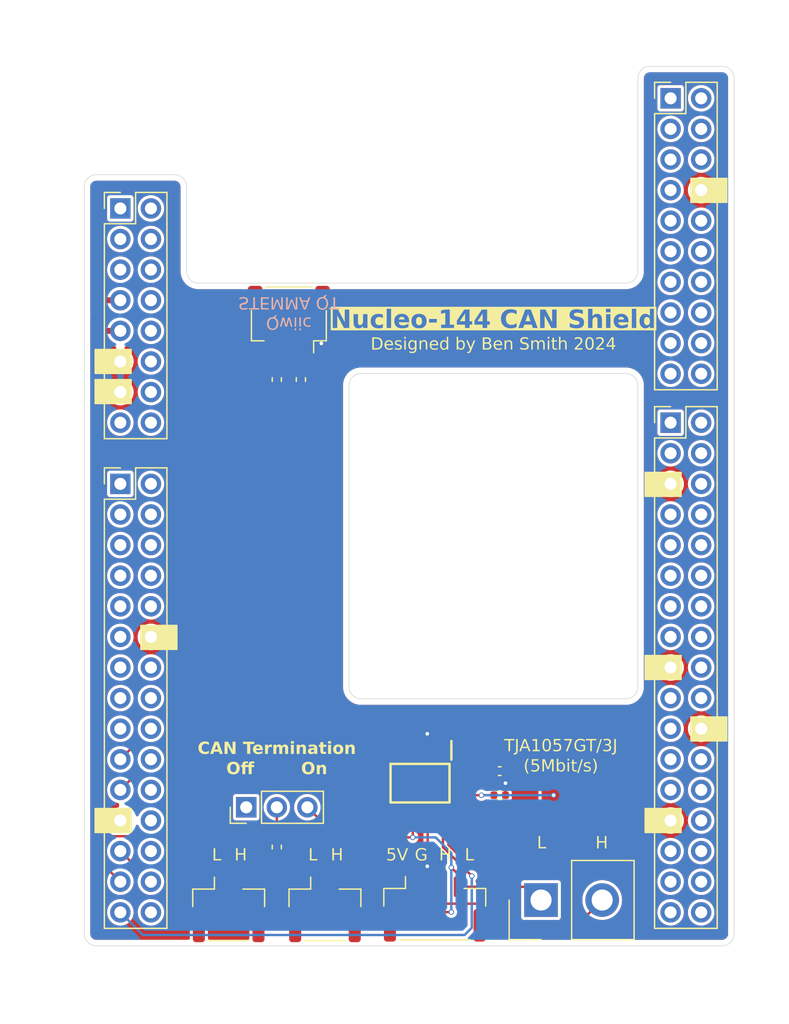
<source format=kicad_pcb>
(kicad_pcb (version 20240108) (generator "pcbnew") (generator_version "8.0")
  (layers (0 "F.Cu" signal) (31 "B.Cu" signal) (34 "B.Paste" user) (35 "F.Paste" user) (36 "B.SilkS" user "B.Silkscreen") (37 "F.SilkS" user "F.Silkscreen") (38 "B.Mask" user) (39 "F.Mask" user) (44 "Edge.Cuts" user))
  (net 0 "")
  (net 1 "+5V")
  (net 2 "GND")
  (net 3 "+3V3")
  (net 4 "/CAN_RX")
  (net 5 "/CANL")
  (net 6 "/CAN_S")
  (net 7 "/CANH")
  (net 8 "/CAN_TX")
  (net 9 "/I2C2_SCL")
  (net 10 "/I2C2_SDA")
  (net 11 "Net-(JP101-C)")
  (footprint "Connector_PinHeader_2.54mm:PinHeader_2x15_P2.54mm_Vertical" (layer "F.Cu") (at 110 85.16)
    (property "Reference" "J106" (hide yes))
    (property "Value" "Conn_02x15_Odd_Even")
    (fp_line (start -1.33 -1.33) (end 0 -1.33) (stroke (width 0.12)) (layer "F.SilkS"))
    (fp_line (start -1.33 0) (end -1.33 -1.33) (stroke (width 0.12)) (layer "F.SilkS"))
    (fp_line (start -1.33 1.27) (end -1.33 36.89) (stroke (width 0.12)) (layer "F.SilkS"))
    (fp_line (start -1.33 1.27) (end 1.27 1.27) (stroke (width 0.12)) (layer "F.SilkS"))
    (fp_line (start -1.33 36.89) (end 3.87 36.89) (stroke (width 0.12)) (layer "F.SilkS"))
    (fp_line (start 1.27 -1.33) (end 3.87 -1.33) (stroke (width 0.12)) (layer "F.SilkS"))
    (fp_line (start 1.27 1.27) (end 1.27 -1.33) (stroke (width 0.12)) (layer "F.SilkS"))
    (fp_line (start 3.87 -1.33) (end 3.87 36.89) (stroke (width 0.12)) (layer "F.SilkS"))
    (pad "1" thru_hole rect (at 0 0) (size 1.7 1.7) (drill 1) (layers "*.Cu" "*.Mask"))
    (pad "2" thru_hole oval (at 2.54 0) (size 1.7 1.7) (drill 1) (layers "*.Cu" "*.Mask"))
    (pad "3" thru_hole oval (at 0 2.54) (size 1.7 1.7) (drill 1) (layers "*.Cu" "*.Mask"))
    (pad "4" thru_hole oval (at 2.54 2.54) (size 1.7 1.7) (drill 1) (layers "*.Cu" "*.Mask"))
    (pad "5" thru_hole oval (at 0 5.08) (size 1.7 1.7) (drill 1) (layers "*.Cu" "*.Mask"))
    (pad "6" thru_hole oval (at 2.54 5.08) (size 1.7 1.7) (drill 1) (layers "*.Cu" "*.Mask"))
    (pad "7" thru_hole oval (at 0 7.62) (size 1.7 1.7) (drill 1) (layers "*.Cu" "*.Mask"))
    (pad "8" thru_hole oval (at 2.54 7.62) (size 1.7 1.7) (drill 1) (layers "*.Cu" "*.Mask"))
    (pad "9" thru_hole oval (at 0 10.16) (size 1.7 1.7) (drill 1) (layers "*.Cu" "*.Mask"))
    (pad "10" thru_hole oval (at 2.54 10.16) (size 1.7 1.7) (drill 1) (layers "*.Cu" "*.Mask"))
    (pad "11" thru_hole oval (at 0 12.7) (size 1.7 1.7) (drill 1) (layers "*.Cu" "*.Mask"))
    (pad "12" thru_hole oval (at 2.54 12.7) (size 1.7 1.7) (drill 1) (layers "*.Cu" "*.Mask") (net 2 "GND"))
    (pad "13" thru_hole oval (at 0 15.24) (size 1.7 1.7) (drill 1) (layers "*.Cu" "*.Mask"))
    (pad "14" thru_hole oval (at 2.54 15.24) (size 1.7 1.7) (drill 1) (layers "*.Cu" "*.Mask"))
    (pad "15" thru_hole oval (at 0 17.78) (size 1.7 1.7) (drill 1) (layers "*.Cu" "*.Mask"))
    (pad "16" thru_hole oval (at 2.54 17.78) (size 1.7 1.7) (drill 1) (layers "*.Cu" "*.Mask"))
    (pad "17" thru_hole oval (at 0 20.32) (size 1.7 1.7) (drill 1) (layers "*.Cu" "*.Mask"))
    (pad "18" thru_hole oval (at 2.54 20.32) (size 1.7 1.7) (drill 1) (layers "*.Cu" "*.Mask"))
    (pad "19" thru_hole oval (at 0 22.86) (size 1.7 1.7) (drill 1) (layers "*.Cu" "*.Mask") (net 9 "/I2C2_SCL"))
    (pad "20" thru_hole oval (at 2.54 22.86) (size 1.7 1.7) (drill 1) (layers "*.Cu" "*.Mask"))
    (pad "21" thru_hole oval (at 0 25.4) (size 1.7 1.7) (drill 1) (layers "*.Cu" "*.Mask") (net 10 "/I2C2_SDA"))
    (pad "22" thru_hole oval (at 2.54 25.4) (size 1.7 1.7) (drill 1) (layers "*.Cu" "*.Mask"))
    (pad "23" thru_hole oval (at 0 27.94) (size 1.7 1.7) (drill 1) (layers "*.Cu" "*.Mask") (net 2 "GND"))
    (pad "24" thru_hole oval (at 2.54 27.94) (size 1.7 1.7) (drill 1) (layers "*.Cu" "*.Mask"))
    (pad "25" thru_hole oval (at 0 30.48) (size 1.7 1.7) (drill 1) (layers "*.Cu" "*.Mask") (net 4 "/CAN_RX"))
    (pad "26" thru_hole oval (at 2.54 30.48) (size 1.7 1.7) (drill 1) (layers "*.Cu" "*.Mask"))
    (pad "27" thru_hole oval (at 0 33.02) (size 1.7 1.7) (drill 1) (layers "*.Cu" "*.Mask") (net 8 "/CAN_TX"))
    (pad "28" thru_hole oval (at 2.54 33.02) (size 1.7 1.7) (drill 1) (layers "*.Cu" "*.Mask"))
    (pad "29" thru_hole oval (at 0 35.56) (size 1.7 1.7) (drill 1) (layers "*.Cu" "*.Mask") (net 6 "/CAN_S"))
    (pad "30" thru_hole oval (at 2.54 35.56) (size 1.7 1.7) (drill 1) (layers "*.Cu" "*.Mask"))
  )
  (footprint "Resistor_SMD:R_0402_1005Metric" (layer "F.Cu") (at 125 76.5 90)
    (property "Reference" "R103" (hide yes))
    (property "Value" "10k")
    (fp_line (start -0.153641 -0.38) (end 0.153641 -0.38) (stroke (width 0.12)) (layer "F.SilkS"))
    (fp_line (start -0.153641 0.38) (end 0.153641 0.38) (stroke (width 0.12)) (layer "F.SilkS"))
    (pad "1" smd roundrect (at -0.51 0 90) (size 0.54 0.64) (layers "F.Cu" "F.Paste" "F.Mask") (net 3 "+3V3"))
    (pad "2" smd roundrect (at 0.51 0 90) (size 0.54 0.64) (layers "F.Cu" "F.Paste" "F.Mask") (net 10 "/I2C2_SDA"))
  )
  (footprint "Connector_JST:JST_GH_SM02B-GHS-TB_1x02-1MP_P1.25mm_Horizontal" (layer "F.Cu") (at 127 120.5)
    (property "Reference" "J102" (hide yes))
    (property "Value" "Conn_01x02")
    (fp_line (start -2.985 -1.71) (end -1.185 -1.71) (stroke (width 0.12)) (layer "F.SilkS"))
    (fp_line (start -2.985 -0.26) (end -2.985 -1.71) (stroke (width 0.12)) (layer "F.SilkS"))
    (fp_line (start -1.715 2.56) (end 1.715 2.56) (stroke (width 0.12)) (layer "F.SilkS"))
    (fp_line (start -1.185 -1.71) (end -1.185 -2.7) (stroke (width 0.12)) (layer "F.SilkS"))
    (fp_line (start 2.985 -1.71) (end 1.185 -1.71) (stroke (width 0.12)) (layer "F.SilkS"))
    (fp_line (start 2.985 -0.26) (end 2.985 -1.71) (stroke (width 0.12)) (layer "F.SilkS"))
    (pad "1" smd roundrect (at -0.625 -1.85) (size 0.6 1.7) (layers "F.Cu" "F.Paste" "F.Mask") (net 5 "/CANL"))
    (pad "2" smd roundrect (at 0.625 -1.85) (size 0.6 1.7) (layers "F.Cu" "F.Paste" "F.Mask") (net 7 "/CANH"))
    (pad "MP" smd roundrect (at -2.475 1.35) (size 1 2.7) (layers "F.Cu" "F.Paste" "F.Mask"))
    (pad "MP" smd roundrect (at 2.475 1.35) (size 1 2.7) (layers "F.Cu" "F.Paste" "F.Mask"))
  )
  (footprint "Connector_JST:JST_GH_SM04B-GHS-TB_1x04-1MP_P1.25mm_Horizontal" (layer "F.Cu") (at 136.125 120.45)
    (property "Reference" "J103" (hide yes))
    (property "Value" "Conn_01x04")
    (fp_line (start -4.235 -1.71) (end -2.435 -1.71) (stroke (width 0.12)) (layer "F.SilkS"))
    (fp_line (start -4.235 -0.26) (end -4.235 -1.71) (stroke (width 0.12)) (layer "F.SilkS"))
    (fp_line (start -2.965 2.56) (end 2.965 2.56) (stroke (width 0.12)) (layer "F.SilkS"))
    (fp_line (start -2.435 -1.71) (end -2.435 -2.7) (stroke (width 0.12)) (layer "F.SilkS"))
    (fp_line (start 4.235 -1.71) (end 2.435 -1.71) (stroke (width 0.12)) (layer "F.SilkS"))
    (fp_line (start 4.235 -0.26) (end 4.235 -1.71) (stroke (width 0.12)) (layer "F.SilkS"))
    (pad "1" smd roundrect (at -1.875 -1.85) (size 0.6 1.7) (layers "F.Cu" "F.Paste" "F.Mask") (net 1 "+5V"))
    (pad "2" smd roundrect (at -0.625 -1.85) (size 0.6 1.7) (layers "F.Cu" "F.Paste" "F.Mask") (net 2 "GND"))
    (pad "3" smd roundrect (at 0.625 -1.85) (size 0.6 1.7) (layers "F.Cu" "F.Paste" "F.Mask") (net 7 "/CANH"))
    (pad "4" smd roundrect (at 1.875 -1.85) (size 0.6 1.7) (layers "F.Cu" "F.Paste" "F.Mask") (net 5 "/CANL"))
    (pad "MP" smd roundrect (at -3.725 1.35) (size 1 2.7) (layers "F.Cu" "F.Paste" "F.Mask"))
    (pad "MP" smd roundrect (at 3.725 1.35) (size 1 2.7) (layers "F.Cu" "F.Paste" "F.Mask"))
  )
  (footprint "Connector_PinHeader_2.54mm:PinHeader_1x03_P2.54mm_Vertical" (layer "F.Cu") (at 120.46 112 90)
    (property "Reference" "JP101" (hide yes))
    (property "Value" "Jumper_3_Open")
    (fp_line (start -1.33 -1.33) (end 0 -1.33) (stroke (width 0.12)) (layer "F.SilkS"))
    (fp_line (start -1.33 0) (end -1.33 -1.33) (stroke (width 0.12)) (layer "F.SilkS"))
    (fp_line (start 1.33 1.27) (end 1.33 6.41) (stroke (width 0.12)) (layer "F.SilkS"))
    (fp_line (start -1.33 1.27) (end 1.33 1.27) (stroke (width 0.12)) (layer "F.SilkS"))
    (fp_line (start -1.33 1.27) (end -1.33 6.41) (stroke (width 0.12)) (layer "F.SilkS"))
    (fp_line (start -1.33 6.41) (end 1.33 6.41) (stroke (width 0.12)) (layer "F.SilkS"))
    (pad "1" thru_hole rect (at 0 0 90) (size 1.7 1.7) (drill 1) (layers "*.Cu" "*.Mask"))
    (pad "2" thru_hole oval (at 0 2.54 90) (size 1.7 1.7) (drill 1) (layers "*.Cu" "*.Mask") (net 11 "Net-(JP101-C)"))
    (pad "3" thru_hole oval (at 0 5.08 90) (size 1.7 1.7) (drill 1) (layers "*.Cu" "*.Mask") (net 5 "/CANL"))
  )
  (footprint "Connector_Samtec_HPM_THT:Samtec_HPM-02-05-x-S_Straight_1x02_Pitch5.08mm" (layer "F.Cu") (at 144.955 119.7 90)
    (property "Reference" "J105" (hide yes))
    (property "Value" "Conn_01x02")
    (fp_line (start -3.285 -2.65) (end 0 -2.65) (stroke (width 0.12)) (layer "F.SilkS"))
    (fp_line (start -3.285 0) (end -3.285 -2.65) (stroke (width 0.12)) (layer "F.SilkS"))
    (fp_line (start 3.285 2.54) (end 3.285 7.73) (stroke (width 0.12)) (layer "F.SilkS"))
    (fp_line (start -3.285 2.54) (end 3.285 2.54) (stroke (width 0.12)) (layer "F.SilkS"))
    (fp_line (start -3.285 2.54) (end -3.285 7.73) (stroke (width 0.12)) (layer "F.SilkS"))
    (fp_line (start -3.285 7.73) (end 3.285 7.73) (stroke (width 0.12)) (layer "F.SilkS"))
    (pad "1" thru_hole rect (at 0 0 90) (size 2.8 2.8) (drill 1.75) (layers "*.Cu" "*.Mask") (net 5 "/CANL"))
    (pad "2" thru_hole circle (at 0 5.08 90) (size 2.8 2.8) (drill 1.75) (layers "*.Cu" "*.Mask") (net 7 "/CANH"))
  )
  (footprint "Connector_PinHeader_2.54mm:PinHeader_2x17_P2.54mm_Vertical" (layer "F.Cu") (at 155.72 80.08)
    (property "Reference" "J109" (hide yes))
    (property "Value" "Conn_02x17_Odd_Even")
    (fp_line (start -1.33 -1.33) (end 0 -1.33) (stroke (width 0.12)) (layer "F.SilkS"))
    (fp_line (start -1.33 0) (end -1.33 -1.33) (stroke (width 0.12)) (layer "F.SilkS"))
    (fp_line (start -1.33 1.27) (end -1.33 41.97) (stroke (width 0.12)) (layer "F.SilkS"))
    (fp_line (start -1.33 1.27) (end 1.27 1.27) (stroke (width 0.12)) (layer "F.SilkS"))
    (fp_line (start -1.33 41.97) (end 3.87 41.97) (stroke (width 0.12)) (layer "F.SilkS"))
    (fp_line (start 1.27 -1.33) (end 3.87 -1.33) (stroke (width 0.12)) (layer "F.SilkS"))
    (fp_line (start 1.27 1.27) (end 1.27 -1.33) (stroke (width 0.12)) (layer "F.SilkS"))
    (fp_line (start 3.87 -1.33) (end 3.87 41.97) (stroke (width 0.12)) (layer "F.SilkS"))
    (pad "1" thru_hole rect (at 0 0) (size 1.7 1.7) (drill 1) (layers "*.Cu" "*.Mask"))
    (pad "2" thru_hole oval (at 2.54 0) (size 1.7 1.7) (drill 1) (layers "*.Cu" "*.Mask"))
    (pad "3" thru_hole oval (at 0 2.54) (size 1.7 1.7) (drill 1) (layers "*.Cu" "*.Mask"))
    (pad "4" thru_hole oval (at 2.54 2.54) (size 1.7 1.7) (drill 1) (layers "*.Cu" "*.Mask"))
    (pad "5" thru_hole oval (at 0 5.08) (size 1.7 1.7) (drill 1) (layers "*.Cu" "*.Mask") (net 2 "GND"))
    (pad "6" thru_hole oval (at 2.54 5.08) (size 1.7 1.7) (drill 1) (layers "*.Cu" "*.Mask"))
    (pad "7" thru_hole oval (at 0 7.62) (size 1.7 1.7) (drill 1) (layers "*.Cu" "*.Mask"))
    (pad "8" thru_hole oval (at 2.54 7.62) (size 1.7 1.7) (drill 1) (layers "*.Cu" "*.Mask"))
    (pad "9" thru_hole oval (at 0 10.16) (size 1.7 1.7) (drill 1) (layers "*.Cu" "*.Mask"))
    (pad "10" thru_hole oval (at 2.54 10.16) (size 1.7 1.7) (drill 1) (layers "*.Cu" "*.Mask"))
    (pad "11" thru_hole oval (at 0 12.7) (size 1.7 1.7) (drill 1) (layers "*.Cu" "*.Mask"))
    (pad "12" thru_hole oval (at 2.54 12.7) (size 1.7 1.7) (drill 1) (layers "*.Cu" "*.Mask"))
    (pad "13" thru_hole oval (at 0 15.24) (size 1.7 1.7) (drill 1) (layers "*.Cu" "*.Mask"))
    (pad "14" thru_hole oval (at 2.54 15.24) (size 1.7 1.7) (drill 1) (layers "*.Cu" "*.Mask"))
    (pad "15" thru_hole oval (at 0 17.78) (size 1.7 1.7) (drill 1) (layers "*.Cu" "*.Mask"))
    (pad "16" thru_hole oval (at 2.54 17.78) (size 1.7 1.7) (drill 1) (layers "*.Cu" "*.Mask"))
    (pad "17" thru_hole oval (at 0 20.32) (size 1.7 1.7) (drill 1) (layers "*.Cu" "*.Mask") (net 2 "GND"))
    (pad "18" thru_hole oval (at 2.54 20.32) (size 1.7 1.7) (drill 1) (layers "*.Cu" "*.Mask"))
    (pad "19" thru_hole oval (at 0 22.86) (size 1.7 1.7) (drill 1) (layers "*.Cu" "*.Mask"))
    (pad "20" thru_hole oval (at 2.54 22.86) (size 1.7 1.7) (drill 1) (layers "*.Cu" "*.Mask"))
    (pad "21" thru_hole oval (at 0 25.4) (size 1.7 1.7) (drill 1) (layers "*.Cu" "*.Mask"))
    (pad "22" thru_hole oval (at 2.54 25.4) (size 1.7 1.7) (drill 1) (layers "*.Cu" "*.Mask") (net 2 "GND"))
    (pad "23" thru_hole oval (at 0 27.94) (size 1.7 1.7) (drill 1) (layers "*.Cu" "*.Mask"))
    (pad "24" thru_hole oval (at 2.54 27.94) (size 1.7 1.7) (drill 1) (layers "*.Cu" "*.Mask"))
    (pad "25" thru_hole oval (at 0 30.48) (size 1.7 1.7) (drill 1) (layers "*.Cu" "*.Mask"))
    (pad "26" thru_hole oval (at 2.54 30.48) (size 1.7 1.7) (drill 1) (layers "*.Cu" "*.Mask"))
    (pad "27" thru_hole oval (at 0 33.02) (size 1.7 1.7) (drill 1) (layers "*.Cu" "*.Mask") (net 2 "GND"))
    (pad "28" thru_hole oval (at 2.54 33.02) (size 1.7 1.7) (drill 1) (layers "*.Cu" "*.Mask"))
    (pad "29" thru_hole oval (at 0 35.56) (size 1.7 1.7) (drill 1) (layers "*.Cu" "*.Mask"))
    (pad "30" thru_hole oval (at 2.54 35.56) (size 1.7 1.7) (drill 1) (layers "*.Cu" "*.Mask"))
    (pad "31" thru_hole oval (at 0 38.1) (size 1.7 1.7) (drill 1) (layers "*.Cu" "*.Mask"))
    (pad "32" thru_hole oval (at 2.54 38.1) (size 1.7 1.7) (drill 1) (layers "*.Cu" "*.Mask"))
    (pad "33" thru_hole oval (at 0 40.64) (size 1.7 1.7) (drill 1) (layers "*.Cu" "*.Mask"))
    (pad "34" thru_hole oval (at 2.54 40.64) (size 1.7 1.7) (drill 1) (layers "*.Cu" "*.Mask"))
  )
  (footprint "Connector_PinHeader_2.54mm:PinHeader_2x08_P2.54mm_Vertical" (layer "F.Cu") (at 110 62.3)
    (property "Reference" "J107" (hide yes))
    (property "Value" "Conn_02x08_Odd_Even")
    (fp_line (start -1.33 -1.33) (end 0 -1.33) (stroke (width 0.12)) (layer "F.SilkS"))
    (fp_line (start -1.33 0) (end -1.33 -1.33) (stroke (width 0.12)) (layer "F.SilkS"))
    (fp_line (start -1.33 1.27) (end -1.33 19.11) (stroke (width 0.12)) (layer "F.SilkS"))
    (fp_line (start -1.33 1.27) (end 1.27 1.27) (stroke (width 0.12)) (layer "F.SilkS"))
    (fp_line (start -1.33 19.11) (end 3.87 19.11) (stroke (width 0.12)) (layer "F.SilkS"))
    (fp_line (start 1.27 -1.33) (end 3.87 -1.33) (stroke (width 0.12)) (layer "F.SilkS"))
    (fp_line (start 1.27 1.27) (end 1.27 -1.33) (stroke (width 0.12)) (layer "F.SilkS"))
    (fp_line (start 3.87 -1.33) (end 3.87 19.11) (stroke (width 0.12)) (layer "F.SilkS"))
    (pad "1" thru_hole rect (at 0 0) (size 1.7 1.7) (drill 1) (layers "*.Cu" "*.Mask"))
    (pad "2" thru_hole oval (at 2.54 0) (size 1.7 1.7) (drill 1) (layers "*.Cu" "*.Mask"))
    (pad "3" thru_hole oval (at 0 2.54) (size 1.7 1.7) (drill 1) (layers "*.Cu" "*.Mask"))
    (pad "4" thru_hole oval (at 2.54 2.54) (size 1.7 1.7) (drill 1) (layers "*.Cu" "*.Mask"))
    (pad "5" thru_hole oval (at 0 5.08) (size 1.7 1.7) (drill 1) (layers "*.Cu" "*.Mask"))
    (pad "6" thru_hole oval (at 2.54 5.08) (size 1.7 1.7) (drill 1) (layers "*.Cu" "*.Mask"))
    (pad "7" thru_hole oval (at 0 7.62) (size 1.7 1.7) (drill 1) (layers "*.Cu" "*.Mask") (net 3 "+3V3"))
    (pad "8" thru_hole oval (at 2.54 7.62) (size 1.7 1.7) (drill 1) (layers "*.Cu" "*.Mask"))
    (pad "9" thru_hole oval (at 0 10.16) (size 1.7 1.7) (drill 1) (layers "*.Cu" "*.Mask") (net 1 "+5V"))
    (pad "10" thru_hole oval (at 2.54 10.16) (size 1.7 1.7) (drill 1) (layers "*.Cu" "*.Mask"))
    (pad "11" thru_hole oval (at 0 12.7) (size 1.7 1.7) (drill 1) (layers "*.Cu" "*.Mask") (net 2 "GND"))
    (pad "12" thru_hole oval (at 2.54 12.7) (size 1.7 1.7) (drill 1) (layers "*.Cu" "*.Mask"))
    (pad "13" thru_hole oval (at 0 15.24) (size 1.7 1.7) (drill 1) (layers "*.Cu" "*.Mask") (net 2 "GND"))
    (pad "14" thru_hole oval (at 2.54 15.24) (size 1.7 1.7) (drill 1) (layers "*.Cu" "*.Mask"))
    (pad "15" thru_hole oval (at 0 17.78) (size 1.7 1.7) (drill 1) (layers "*.Cu" "*.Mask"))
    (pad "16" thru_hole oval (at 2.54 17.78) (size 1.7 1.7) (drill 1) (layers "*.Cu" "*.Mask"))
  )
  (footprint "Capacitor_SMD:C_0402_1005Metric" (layer "F.Cu") (at 141.52 111)
    (property "Reference" "C102" (hide yes))
    (property "Value" "100n")
    (fp_line (start -0.107836 -0.36) (end 0.107836 -0.36) (stroke (width 0.12)) (layer "F.SilkS"))
    (fp_line (start -0.107836 0.36) (end 0.107836 0.36) (stroke (width 0.12)) (layer "F.SilkS"))
    (pad "1" smd roundrect (at -0.48 0) (size 0.56 0.62) (layers "F.Cu" "F.Paste" "F.Mask") (net 3 "+3V3"))
    (pad "2" smd roundrect (at 0.48 0) (size 0.56 0.62) (layers "F.Cu" "F.Paste" "F.Mask") (net 2 "GND"))
  )
  (footprint "Connector_JST:JST_GH_SM02B-GHS-TB_1x02-1MP_P1.25mm_Horizontal" (layer "F.Cu") (at 119 120.5)
    (property "Reference" "J101" (hide yes))
    (property "Value" "Conn_01x02")
    (fp_line (start -2.985 -1.71) (end -1.185 -1.71) (stroke (width 0.12)) (layer "F.SilkS"))
    (fp_line (start -2.985 -0.26) (end -2.985 -1.71) (stroke (width 0.12)) (layer "F.SilkS"))
    (fp_line (start -1.715 2.56) (end 1.715 2.56) (stroke (width 0.12)) (layer "F.SilkS"))
    (fp_line (start -1.185 -1.71) (end -1.185 -2.7) (stroke (width 0.12)) (layer "F.SilkS"))
    (fp_line (start 2.985 -1.71) (end 1.185 -1.71) (stroke (width 0.12)) (layer "F.SilkS"))
    (fp_line (start 2.985 -0.26) (end 2.985 -1.71) (stroke (width 0.12)) (layer "F.SilkS"))
    (pad "1" smd roundrect (at -0.625 -1.85) (size 0.6 1.7) (layers "F.Cu" "F.Paste" "F.Mask") (net 5 "/CANL"))
    (pad "2" smd roundrect (at 0.625 -1.85) (size 0.6 1.7) (layers "F.Cu" "F.Paste" "F.Mask") (net 7 "/CANH"))
    (pad "MP" smd roundrect (at -2.475 1.35) (size 1 2.7) (layers "F.Cu" "F.Paste" "F.Mask"))
    (pad "MP" smd roundrect (at 2.475 1.35) (size 1 2.7) (layers "F.Cu" "F.Paste" "F.Mask"))
  )
  (footprint "Connector_PinHeader_2.54mm:PinHeader_2x10_P2.54mm_Vertical" (layer "F.Cu") (at 155.72 53.16)
    (property "Reference" "J108" (hide yes))
    (property "Value" "Conn_02x10_Odd_Even")
    (fp_line (start -1.33 -1.33) (end 0 -1.33) (stroke (width 0.12)) (layer "F.SilkS"))
    (fp_line (start -1.33 0) (end -1.33 -1.33) (stroke (width 0.12)) (layer "F.SilkS"))
    (fp_line (start -1.33 1.27) (end -1.33 24.19) (stroke (width 0.12)) (layer "F.SilkS"))
    (fp_line (start -1.33 1.27) (end 1.27 1.27) (stroke (width 0.12)) (layer "F.SilkS"))
    (fp_line (start -1.33 24.19) (end 3.87 24.19) (stroke (width 0.12)) (layer "F.SilkS"))
    (fp_line (start 1.27 -1.33) (end 3.87 -1.33) (stroke (width 0.12)) (layer "F.SilkS"))
    (fp_line (start 1.27 1.27) (end 1.27 -1.33) (stroke (width 0.12)) (layer "F.SilkS"))
    (fp_line (start 3.87 -1.33) (end 3.87 24.19) (stroke (width 0.12)) (layer "F.SilkS"))
    (pad "1" thru_hole rect (at 0 0) (size 1.7 1.7) (drill 1) (layers "*.Cu" "*.Mask"))
    (pad "2" thru_hole oval (at 2.54 0) (size 1.7 1.7) (drill 1) (layers "*.Cu" "*.Mask"))
    (pad "3" thru_hole oval (at 0 2.54) (size 1.7 1.7) (drill 1) (layers "*.Cu" "*.Mask"))
    (pad "4" thru_hole oval (at 2.54 2.54) (size 1.7 1.7) (drill 1) (layers "*.Cu" "*.Mask"))
    (pad "5" thru_hole oval (at 0 5.08) (size 1.7 1.7) (drill 1) (layers "*.Cu" "*.Mask"))
    (pad "6" thru_hole oval (at 2.54 5.08) (size 1.7 1.7) (drill 1) (layers "*.Cu" "*.Mask"))
    (pad "7" thru_hole oval (at 0 7.62) (size 1.7 1.7) (drill 1) (layers "*.Cu" "*.Mask"))
    (pad "8" thru_hole oval (at 2.54 7.62) (size 1.7 1.7) (drill 1) (layers "*.Cu" "*.Mask") (net 2 "GND"))
    (pad "9" thru_hole oval (at 0 10.16) (size 1.7 1.7) (drill 1) (layers "*.Cu" "*.Mask"))
    (pad "10" thru_hole oval (at 2.54 10.16) (size 1.7 1.7) (drill 1) (layers "*.Cu" "*.Mask"))
    (pad "11" thru_hole oval (at 0 12.7) (size 1.7 1.7) (drill 1) (layers "*.Cu" "*.Mask"))
    (pad "12" thru_hole oval (at 2.54 12.7) (size 1.7 1.7) (drill 1) (layers "*.Cu" "*.Mask"))
    (pad "13" thru_hole oval (at 0 15.24) (size 1.7 1.7) (drill 1) (layers "*.Cu" "*.Mask"))
    (pad "14" thru_hole oval (at 2.54 15.24) (size 1.7 1.7) (drill 1) (layers "*.Cu" "*.Mask"))
    (pad "15" thru_hole oval (at 0 17.78) (size 1.7 1.7) (drill 1) (layers "*.Cu" "*.Mask"))
    (pad "16" thru_hole oval (at 2.54 17.78) (size 1.7 1.7) (drill 1) (layers "*.Cu" "*.Mask"))
    (pad "17" thru_hole oval (at 0 20.32) (size 1.7 1.7) (drill 1) (layers "*.Cu" "*.Mask"))
    (pad "18" thru_hole oval (at 2.54 20.32) (size 1.7 1.7) (drill 1) (layers "*.Cu" "*.Mask"))
    (pad "19" thru_hole oval (at 0 22.86) (size 1.7 1.7) (drill 1) (layers "*.Cu" "*.Mask"))
    (pad "20" thru_hole oval (at 2.54 22.86) (size 1.7 1.7) (drill 1) (layers "*.Cu" "*.Mask"))
  )
  (footprint "Resistor_SMD:R_0402_1005Metric" (layer "F.Cu") (at 123 76.5 90)
    (property "Reference" "R102" (hide yes))
    (property "Value" "10k")
    (fp_line (start -0.153641 -0.38) (end 0.153641 -0.38) (stroke (width 0.12)) (layer "F.SilkS"))
    (fp_line (start -0.153641 0.38) (end 0.153641 0.38) (stroke (width 0.12)) (layer "F.SilkS"))
    (pad "1" smd roundrect (at -0.51 0 90) (size 0.54 0.64) (layers "F.Cu" "F.Paste" "F.Mask") (net 3 "+3V3"))
    (pad "2" smd roundrect (at 0.51 0 90) (size 0.54 0.64) (layers "F.Cu" "F.Paste" "F.Mask") (net 9 "/I2C2_SCL"))
  )
  (footprint "Connector_JST:JST_SH_SM04B-SRSS-TB_1x04-1MP_P1.00mm_Horizontal" (layer "F.Cu") (at 124 71.5 180)
    (property "Reference" "J104" (hide yes))
    (property "Value" "Conn_01x04")
    (fp_line (start 3.11 0.715) (end 3.11 -1.785) (stroke (width 0.12)) (layer "F.SilkS"))
    (fp_line (start 3.11 -1.785) (end 2.06 -1.785) (stroke (width 0.12)) (layer "F.SilkS"))
    (fp_line (start -1.94 2.685) (end 1.94 2.685) (stroke (width 0.12)) (layer "F.SilkS"))
    (fp_line (start -2.06 -1.785) (end -2.06 -2.775) (stroke (width 0.12)) (layer "F.SilkS"))
    (fp_line (start -3.11 0.715) (end -3.11 -1.785) (stroke (width 0.12)) (layer "F.SilkS"))
    (fp_line (start -3.11 -1.785) (end -2.06 -1.785) (stroke (width 0.12)) (layer "F.SilkS"))
    (pad "1" smd roundrect (at -1.5 -2 180) (size 0.6 1.55) (layers "F.Cu" "F.Paste" "F.Mask") (net 2 "GND"))
    (pad "2" smd roundrect (at -0.5 -2 180) (size 0.6 1.55) (layers "F.Cu" "F.Paste" "F.Mask") (net 3 "+3V3"))
    (pad "3" smd roundrect (at 0.5 -2 180) (size 0.6 1.55) (layers "F.Cu" "F.Paste" "F.Mask") (net 10 "/I2C2_SDA"))
    (pad "4" smd roundrect (at 1.5 -2 180) (size 0.6 1.55) (layers "F.Cu" "F.Paste" "F.Mask") (net 9 "/I2C2_SCL"))
    (pad "MP" smd roundrect (at -2.8 1.875 180) (size 1.2 1.8) (layers "F.Cu" "F.Paste" "F.Mask") (roundrect_rratio 0.208333))
    (pad "MP" smd roundrect (at 2.8 1.875 180) (size 1.2 1.8) (layers "F.Cu" "F.Paste" "F.Mask") (roundrect_rratio 0.208333))
  )
  (footprint "Resistor_SMD:R_0402_1005Metric" (layer "F.Cu") (at 123 115.3 -90)
    (property "Reference" "R101" (hide yes))
    (property "Value" "120R")
    (fp_line (start -0.153641 0.38) (end 0.153641 0.38) (stroke (width 0.12)) (layer "F.SilkS"))
    (fp_line (start -0.153641 -0.38) (end 0.153641 -0.38) (stroke (width 0.12)) (layer "F.SilkS"))
    (pad "1" smd roundrect (at -0.51 0 270) (size 0.54 0.64) (layers "F.Cu" "F.Paste" "F.Mask") (net 11 "Net-(JP101-C)"))
    (pad "2" smd roundrect (at 0.51 0 270) (size 0.54 0.64) (layers "F.Cu" "F.Paste" "F.Mask") (net 7 "/CANH"))
  )
  (footprint "nucleo_144_can:SOIC127P600X175-8N" (layer "F.Cu") (at 134.9 110 -90)
    (property "Reference" "IC101" (hide yes))
    (property "Value" "TJA1057GT_3J" (hide yes))
    (fp_line (start -1.6 2.45) (end -1.6 -2.45) (stroke (width 0.2)) (layer "F.SilkS"))
    (fp_line (start 1.6 2.45) (end -1.6 2.45) (stroke (width 0.2)) (layer "F.SilkS"))
    (fp_line (start -1.6 -2.45) (end 1.6 -2.45) (stroke (width 0.2)) (layer "F.SilkS"))
    (fp_line (start 1.6 -2.45) (end 1.6 2.45) (stroke (width 0.2)) (layer "F.SilkS"))
    (fp_line (start -3.5 -2.605) (end -1.95 -2.605) (stroke (width 0.2)) (layer "F.SilkS"))
    (pad "1" smd rect (at -2.725 -1.905) (size 0.7 1.55) (layers "F.Cu" "F.Paste" "F.Mask") (net 8 "/CAN_TX"))
    (pad "2" smd rect (at -2.725 -0.635) (size 0.7 1.55) (layers "F.Cu" "F.Paste" "F.Mask") (net 2 "GND"))
    (pad "3" smd rect (at -2.725 0.635) (size 0.7 1.55) (layers "F.Cu" "F.Paste" "F.Mask") (net 1 "+5V"))
    (pad "4" smd rect (at -2.725 1.905) (size 0.7 1.55) (layers "F.Cu" "F.Paste" "F.Mask") (net 4 "/CAN_RX"))
    (pad "5" smd rect (at 2.725 1.905) (size 0.7 1.55) (layers "F.Cu" "F.Paste" "F.Mask") (net 3 "+3V3"))
    (pad "6" smd rect (at 2.725 0.635) (size 0.7 1.55) (layers "F.Cu" "F.Paste" "F.Mask") (net 5 "/CANL"))
    (pad "7" smd rect (at 2.725 -0.635) (size 0.7 1.55) (layers "F.Cu" "F.Paste" "F.Mask") (net 7 "/CANH"))
    (pad "8" smd rect (at 2.725 -1.905) (size 0.7 1.55) (layers "F.Cu" "F.Paste" "F.Mask") (net 6 "/CAN_S"))
  )
  (footprint "Capacitor_SMD:C_0402_1005Metric" (layer "F.Cu") (at 141.52 109)
    (property "Reference" "C101" (hide yes))
    (property "Value" "100n")
    (fp_line (start -0.107836 -0.36) (end 0.107836 -0.36) (stroke (width 0.12)) (layer "F.SilkS"))
    (fp_line (start -0.107836 0.36) (end 0.107836 0.36) (stroke (width 0.12)) (layer "F.SilkS"))
    (pad "1" smd roundrect (at -0.48 0) (size 0.56 0.62) (layers "F.Cu" "F.Paste" "F.Mask") (net 1 "+5V"))
    (pad "2" smd roundrect (at 0.48 0) (size 0.56 0.62) (layers "F.Cu" "F.Paste" "F.Mask") (net 2 "GND"))
  )
  (gr_rect (start 153.6 84.2) (end 156.6 86.2) (stroke (width 0.1)) (fill solid) (layer "F.SilkS"))
  (gr_rect (start 107.9 112.1) (end 110.9 114.1) (stroke (width 0.1)) (fill solid) (layer "F.SilkS"))
  (gr_rect (start 153.6 112.1) (end 156.6 114.1) (stroke (width 0.1)) (fill solid) (layer "F.SilkS"))
  (gr_rect (start 157.4 104.5) (end 160.4 106.5) (stroke (width 0.1)) (fill solid) (layer "F.SilkS"))
  (gr_rect (start 153.6 99.4) (end 156.6 101.4) (stroke (width 0.1)) (fill solid) (layer "F.SilkS"))
  (gr_rect (start 157.4 59.8) (end 160.4 61.8) (stroke (width 0.1)) (fill solid) (layer "F.SilkS"))
  (gr_rect (start 107.9 76.5) (end 110.9 78.5) (stroke (width 0.1)) (fill solid) (layer "F.SilkS"))
  (gr_rect (start 111.7 96.9) (end 114.7 98.9) (stroke (width 0.1)) (fill solid) (layer "F.SilkS"))
  (gr_rect (start 107.9 74) (end 110.9 76) (stroke (width 0.1)) (fill solid) (layer "F.SilkS"))
  (gr_arc (start 153 102) (mid 152.707107 102.707107) (end 152 103) (stroke (width 0.05)) (layer "Edge.Cuts"))
  (gr_line (start 114.5 59.5) (end 108 59.5) (stroke (width 0.05)) (layer "Edge.Cuts"))
  (gr_arc (start 153 51.5) (mid 153.292893 50.792893) (end 154 50.5) (stroke (width 0.05)) (layer "Edge.Cuts"))
  (gr_line (start 152 76) (end 130 76) (stroke (width 0.05)) (layer "Edge.Cuts"))
  (gr_line (start 107 60.5) (end 107 122.5) (stroke (width 0.05)) (layer "Edge.Cuts"))
  (gr_arc (start 108 123.5) (mid 107.292893 123.207107) (end 107 122.5) (stroke (width 0.05)) (layer "Edge.Cuts"))
  (gr_line (start 152 68.5) (end 116.5 68.5) (stroke (width 0.05)) (layer "Edge.Cuts"))
  (gr_line (start 153 51.5) (end 153 67.5) (stroke (width 0.05)) (layer "Edge.Cuts"))
  (gr_line (start 160 50.5) (end 154 50.5) (stroke (width 0.05)) (layer "Edge.Cuts"))
  (gr_arc (start 130 103) (mid 129.292893 102.707107) (end 129 102) (stroke (width 0.05)) (layer "Edge.Cuts"))
  (gr_arc (start 129 77) (mid 129.292893 76.292893) (end 130 76) (stroke (width 0.05)) (layer "Edge.Cuts"))
  (gr_line (start 129 102) (end 129 77) (stroke (width 0.05)) (layer "Edge.Cuts"))
  (gr_arc (start 153 67.5) (mid 152.707107 68.207107) (end 152 68.5) (stroke (width 0.05)) (layer "Edge.Cuts"))
  (gr_arc (start 152 76) (mid 152.707107 76.292893) (end 153 77) (stroke (width 0.05)) (layer "Edge.Cuts"))
  (gr_arc (start 161 122.5) (mid 160.707107 123.207107) (end 160 123.5) (stroke (width 0.05)) (layer "Edge.Cuts"))
  (gr_line (start 108 123.5) (end 160 123.5) (stroke (width 0.05)) (layer "Edge.Cuts"))
  (gr_arc (start 160 50.5) (mid 160.707107 50.792893) (end 161 51.5) (stroke (width 0.05)) (layer "Edge.Cuts"))
  (gr_line (start 153 77) (end 153 102) (stroke (width 0.05)) (layer "Edge.Cuts"))
  (gr_arc (start 114.5 59.5) (mid 115.207107 59.792893) (end 115.5 60.5) (stroke (width 0.05)) (layer "Edge.Cuts"))
  (gr_line (start 115.5 67.5) (end 115.5 60.5) (stroke (width 0.05)) (layer "Edge.Cuts"))
  (gr_line (start 152 103) (end 130 103) (stroke (width 0.05)) (layer "Edge.Cuts"))
  (gr_line (start 161 122.5) (end 161 51.5) (stroke (width 0.05)) (layer "Edge.Cuts"))
  (gr_arc (start 107 60.5) (mid 107.292893 59.792893) (end 108 59.5) (stroke (width 0.05)) (layer "Edge.Cuts"))
  (gr_arc (start 116.5 68.5) (mid 115.792893 68.207107) (end 115.5 67.5) (stroke (width 0.05)) (layer "Edge.Cuts"))
  (gr_text "Qwiic\nSTEMMA QT" (at 124 69.5 180) (layer "B.SilkS") (effects (font (size 1 1) (thickness 0.1)) (justify bottom mirror)))
  (gr_text "L" (at 145 115 0) (layer "F.SilkS") (effects (font (size 1 1))))
  (gr_text "Designed by Ben Smith 2024" (at 141 73.6 0) (layer "F.SilkS") (effects (font (size 1 1))))
  (gr_text "L" (at 139 116 0) (layer "F.SilkS") (effects (font (size 1 1))))
  (gr_text "L" (at 126 116 0) (layer "F.SilkS") (effects (font (size 1 1))))
  (gr_text "H" (at 128 116 0) (layer "F.SilkS") (effects (font (size 1 1))))
  (gr_text "Nucleo-144 CAN Shield" (at 141 71.6 0) (layer "F.SilkS" knockout) (effects (font (size 1.5 1.5) (thickness 0.2) (bold yes))))
  (gr_text "H" (at 150 115 0) (layer "F.SilkS") (effects (font (size 1 1))))
  (gr_text "TJA1057GT/3J\n(5Mbit/s)" (at 146.6 109.2 0) (layer "F.SilkS") (effects (font (size 1 1)) (justify bottom)))
  (gr_text "H" (at 137 116 0) (layer "F.SilkS") (effects (font (size 1 1))))
  (gr_text "L" (at 118 116 0) (layer "F.SilkS") (effects (font (size 1 1))))
  (gr_text "H" (at 120 116 0) (layer "F.SilkS") (effects (font (size 1 1))))
  (gr_text "G" (at 135 116 0) (layer "F.SilkS") (effects (font (size 1 1))))
  (gr_text "CAN Termination\nOff        On" (at 123 108 0) (layer "F.SilkS") (effects (font (size 1 1) (thickness 0.2) (bold yes))))
  (gr_text "5V" (at 133 116 0) (layer "F.SilkS") (effects (font (size 1 1))))
  (segment (start 134.8 109) (end 134.265 108.465) (width 0.2) (layer "F.Cu") (net 1))
  (segment (start 141.04 109) (end 134.8 109) (width 0.2) (layer "F.Cu") (net 1))
  (segment (start 134.265 108.465) (end 134.265 107.275) (width 0.2) (layer "F.Cu") (net 1))
  (segment (start 135.535 107.275) (end 135.535 105.935) (width 0.2) (layer "F.Cu") (net 2))
  (segment (start 135.5 118.6) (end 135.5 116.9) (width 0.2) (layer "F.Cu") (net 2))
  (segment (start 125.5 73.5) (end 126.7 73.5) (width 0.2) (layer "F.Cu") (net 2))
  (segment (start 135.535 105.935) (end 135.5 105.9) (width 0.2) (layer "F.Cu") (net 2))
  (segment (start 142 111) (end 142 109) (width 0.2) (layer "F.Cu") (net 2))
  (via (at 135.5 116.9) (size 0.45) (drill 0.3) (layers "F.Cu" "B.Cu") (net 2))
  (via (at 135.5 105.9) (size 0.45) (drill 0.3) (layers "F.Cu" "B.Cu") (net 2))
  (via (at 142 110) (size 0.45) (drill 0.3) (layers "F.Cu" "B.Cu") (net 2))
  (via (at 126.7 73.5) (size 0.45) (drill 0.3) (layers "F.Cu" "B.Cu") (net 2))
  (segment (start 141.04 111) (end 133.4 111) (width 0.2) (layer "F.Cu") (net 3))
  (segment (start 133.4 111) (end 132.995 111.405) (width 0.2) (layer "F.Cu") (net 3))
  (segment (start 132.995 111.405) (end 132.995 112.725) (width 0.2) (layer "F.Cu") (net 3))
  (via (at 146 111) (size 0.45) (drill 0.3) (layers "F.Cu" "B.Cu") (net 3))
  (via (at 140 111) (size 0.45) (drill 0.3) (layers "F.Cu" "B.Cu") (net 3))
  (segment (start 140 111) (end 146 111) (width 0.2) (layer "B.Cu") (net 3))
  (segment (start 117.3 113.4) (end 113.8 116.9) (width 0.2) (layer "F.Cu") (net 4))
  (segment (start 111.26 116.9) (end 110 115.64) (width 0.2) (layer "F.Cu") (net 4))
  (segment (start 118.625 107.275) (end 117.3 108.6) (width 0.2) (layer "F.Cu") (net 4))
  (segment (start 117.3 108.6) (end 117.3 113.4) (width 0.2) (layer "F.Cu") (net 4))
  (segment (start 132.995 107.275) (end 118.625 107.275) (width 0.2) (layer "F.Cu") (net 4))
  (segment (start 113.8 116.9) (end 111.26 116.9) (width 0.2) (layer "F.Cu") (net 4))
  (segment (start 134.3 114.5) (end 128.04 114.5) (width 0.2) (layer "F.Cu") (net 5))
  (segment (start 133.2 120.1) (end 133.8 120.7) (width 0.2) (layer "F.Cu") (net 5))
  (segment (start 126.2 120.1) (end 133.2 120.1) (width 0.2) (layer "F.Cu") (net 5))
  (segment (start 143.855 118.6) (end 144.955 119.7) (width 0.2) (layer "F.Cu") (net 5))
  (segment (start 134.3 112.76) (end 134.3 114.5) (width 0.2) (layer "F.Cu") (net 5))
  (segment (start 126.2 120.1) (end 126.35 120.1) (width 0.2) (layer "F.Cu") (net 5))
  (segment (start 138 118.6) (end 143.855 118.6) (width 0.2) (layer "F.Cu") (net 5))
  (segment (start 138 117.5) (end 137.5 117) (width 0.2) (layer "F.Cu") (net 5))
  (segment (start 126.375 120.075) (end 126.375 118.65) (width 0.2) (layer "F.Cu") (net 5))
  (segment (start 133.8 120.7) (end 137.5 120.7) (width 0.2) (layer "F.Cu") (net 5))
  (segment (start 126.35 120.1) (end 126.375 120.075) (width 0.2) (layer "F.Cu") (net 5))
  (segment (start 118.375 118.65) (end 118.375 119.875) (width 0.2) (layer "F.Cu") (net 5))
  (segment (start 128.04 114.5) (end 125.54 112) (width 0.2) (layer "F.Cu") (net 5))
  (segment (start 118.375 119.875) (end 118.6 120.1) (width 0.2) (layer "F.Cu") (net 5))
  (segment (start 134.265 112.725) (end 134.3 112.76) (width 0.2) (layer "F.Cu") (net 5))
  (segment (start 138 118.6) (end 138 117.5) (width 0.2) (layer "F.Cu") (net 5))
  (segment (start 118.6 120.1) (end 126.2 120.1) (width 0.2) (layer "F.Cu") (net 5))
  (via (at 134.3 114.5) (size 0.45) (drill 0.3) (layers "F.Cu" "B.Cu") (net 5))
  (via (at 137.5 120.7) (size 0.45) (drill 0.3) (layers "F.Cu" "B.Cu") (net 5))
  (via (at 137.5 117) (size 0.45) (drill 0.3) (layers "F.Cu" "B.Cu") (net 5))
  (segment (start 137.5 117) (end 137.5 115.8) (width 0.2) (layer "B.Cu") (net 5))
  (segment (start 137.5 115.8) (end 136.2 114.5) (width 0.2) (layer "B.Cu") (net 5))
  (segment (start 136.2 114.5) (end 134.3 114.5) (width 0.2) (layer "B.Cu") (net 5))
  (segment (start 137.5 117) (end 137.5 120.7) (width 0.2) (layer "B.Cu") (net 5))
  (segment (start 136.805 115.305) (end 136.805 112.725) (width 0.2) (layer "F.Cu") (net 6))
  (segment (start 139.2 117.7) (end 136.805 115.305) (width 0.2) (layer "F.Cu") (net 6))
  (via (at 139.2 117.7) (size 0.45) (drill 0.3) (layers "F.Cu" "B.Cu") (net 6))
  (segment (start 139.2 122) (end 138.6 122.6) (width 0.2) (layer "B.Cu") (net 6))
  (segment (start 111.88 122.6) (end 110 120.72) (width 0.2) (layer "B.Cu") (net 6))
  (segment (start 139.2 117.7) (end 139.2 122) (width 0.2) (layer "B.Cu") (net 6))
  (segment (start 138.6 122.6) (end 111.88 122.6) (width 0.2) (layer "B.Cu") (net 6))
  (segment (start 136.75 120) (end 137 120) (width 0.2) (layer "F.Cu") (net 7))
  (segment (start 135.535 112.725) (end 135.535 115.735) (width 0.2) (layer "F.Cu") (net 7))
  (segment (start 137 120) (end 141.2 120) (width 0.2) (layer "F.Cu") (net 7))
  (segment (start 127.625 117.325) (end 127.625 118.65) (width 0.2) (layer "F.Cu") (net 7))
  (segment (start 136.75 116.95) (end 136.75 118.6) (width 0.2) (layer "F.Cu") (net 7))
  (segment (start 136.75 118.6) (end 136.75 120) (width 0.2) (layer "F.Cu") (net 7))
  (segment (start 127.4 117.1) (end 127.625 117.325) (width 0.2) (layer "F.Cu") (net 7))
  (segment (start 123 115.81) (end 123 117.1) (width 0.2) (layer "F.Cu") (net 7))
  (segment (start 143 121.8) (end 147.935 121.8) (width 0.2) (layer "F.Cu") (net 7))
  (segment (start 127.625 118.65) (end 132.65 118.65) (width 0.2) (layer "F.Cu") (net 7))
  (segment (start 134 120) (end 137 120) (width 0.2) (layer "F.Cu") (net 7))
  (segment (start 119.625 117.375) (end 119.9 117.1) (width 0.2) (layer "F.Cu") (net 7))
  (segment (start 147.935 121.8) (end 150.035 119.7) (width 0.2) (layer "F.Cu") (net 7))
  (segment (start 141.2 120) (end 143 121.8) (width 0.2) (layer "F.Cu") (net 7))
  (segment (start 119.9 117.1) (end 123 117.1) (width 0.2) (layer "F.Cu") (net 7))
  (segment (start 123 117.1) (end 127.4 117.1) (width 0.2) (layer "F.Cu") (net 7))
  (segment (start 135.535 115.735) (end 136.75 116.95) (width 0.2) (layer "F.Cu") (net 7))
  (segment (start 119.625 118.65) (end 119.625 117.375) (width 0.2) (layer "F.Cu") (net 7))
  (segment (start 132.65 118.65) (end 134 120) (width 0.2) (layer "F.Cu") (net 7))
  (segment (start 118.4 106.7) (end 116.7 108.4) (width 0.2) (layer "F.Cu") (net 8))
  (segment (start 136.1 105.1) (end 132.8 105.1) (width 0.2) (layer "F.Cu") (net 8))
  (segment (start 136.805 107.275) (end 136.805 105.805) (width 0.2) (layer "F.Cu") (net 8))
  (segment (start 132.8 105.1) (end 131.2 106.7) (width 0.2) (layer "F.Cu") (net 8))
  (segment (start 109.2 114.4) (end 108.6 115) (width 0.2) (layer "F.Cu") (net 8))
  (segment (start 131.2 106.7) (end 118.4 106.7) (width 0.2) (layer "F.Cu") (net 8))
  (segment (start 136.805 105.805) (end 136.1 105.1) (width 0.2) (layer "F.Cu") (net 8))
  (segment (start 116.7 113.2) (end 115.5 114.4) (width 0.2) (layer "F.Cu") (net 8))
  (segment (start 116.7 108.4) (end 116.7 113.2) (width 0.2) (layer "F.Cu") (net 8))
  (segment (start 115.5 114.4) (end 109.2 114.4) (width 0.2) (layer "F.Cu") (net 8))
  (segment (start 108.6 115) (end 108.6 116.78) (width 0.2) (layer "F.Cu") (net 8))
  (segment (start 108.6 116.78) (end 110 118.18) (width 0.2) (layer "F.Cu") (net 8))
  (segment (start 116.7 106.8) (end 111.22 106.8) (width 0.2) (layer "F.Cu") (net 9))
  (segment (start 123 75.99) (end 123 75.9) (width 0.2) (layer "F.Cu") (net 9))
  (segment (start 123.7 99.8) (end 116.7 106.8) (width 0.2) (layer "F.Cu") (net 9))
  (segment (start 123 75.99) (end 123.7 76.69) (width 0.2) (layer "F.Cu") (net 9))
  (segment (start 123.7 76.69) (end 123.7 99.8) (width 0.2) (layer "F.Cu") (net 9))
  (segment (start 122.5 75.4) (end 122.5 73.5) (width 0.2) (layer "F.Cu") (net 9))
  (segment (start 123 75.9) (end 122.5 75.4) (width 0.2) (layer "F.Cu") (net 9))
  (segment (start 111.22 106.8) (end 110 108.02) (width 0.2) (layer "F.Cu") (net 9))
  (segment (start 125 75.99) (end 123.5 74.49) (width 0.2) (layer "F.Cu") (net 10))
  (segment (start 111.26 109.3) (end 110 110.56) (width 0.2) (layer "F.Cu") (net 10))
  (segment (start 124.3 76.69) (end 124.3 100) (width 0.2) (layer "F.Cu") (net 10))
  (segment (start 125 75.99) (end 124.3 76.69) (width 0.2) (layer "F.Cu") (net 10))
  (segment (start 115 109.3) (end 111.26 109.3) (width 0.2) (layer "F.Cu") (net 10))
  (segment (start 124.3 100) (end 115 109.3) (width 0.2) (layer "F.Cu") (net 10))
  (segment (start 123.5 74.49) (end 123.5 73.5) (width 0.2) (layer "F.Cu") (net 10))
  (segment (start 123 114.79) (end 123 112) (width 0.2) (layer "F.Cu") (net 11))
  (zone (net 1) (net_name "+5V") (layer "F.Cu") (priority 1) (connect_pads (clearance 0.25)) (min_thickness 0.25) (fill yes (thermal_gap 0.5) (thermal_bridge_width 0.5))
    (polygon (pts (xy 115 71) (xy 115 107) (xy 145 107) (xy 145 130) (xy 100 130) (xy 100 71)))
  )
  (zone (net 3) (net_name "+3V3") (layer "F.Cu") (priority 2) (connect_pads (clearance 0.25)) (min_thickness 0.25) (fill yes (thermal_gap 0.5) (thermal_bridge_width 0.5))
    (polygon (pts (xy 115 71) (xy 100 71) (xy 100 45) (xy 165 45) (xy 165 130) (xy 145 130) (xy 145 107) (xy 115 107)))
  )
  (zone (net 0) (net_name "") (layer "F.Cu") (connect_pads (clearance 0)) (min_thickness 0.25)
    (keepout (tracks allowed) (vias allowed) (pads allowed) (copperpour not_allowed) (footprints allowed))
    (fill (thermal_gap 0.5) (thermal_bridge_width 0.5))
    (polygon (pts (xy 109.9 112.1) (xy 109.9 111.6) (xy 110 111.6) (xy 110 112.1)))
  )
  (zone (net 0) (net_name "") (layer "F.Cu") (connect_pads (clearance 0)) (min_thickness 0.25)
    (keepout (tracks allowed) (vias allowed) (pads allowed) (copperpour not_allowed) (footprints allowed))
    (fill (thermal_gap 0.5) (thermal_bridge_width 0.5))
    (polygon (pts (xy 109.9 109.5) (xy 109.9 109) (xy 110 109) (xy 110 109.5)))
  )
  (zone (net 0) (net_name "") (layer "F.Cu") (connect_pads (clearance 0)) (min_thickness 0.25)
    (keepout (tracks allowed) (vias allowed) (pads allowed) (copperpour not_allowed) (footprints allowed))
    (fill (thermal_gap 0.5) (thermal_bridge_width 0.5))
    (polygon (pts (xy 111.5 118.2) (xy 111 118.2) (xy 111 118.1) (xy 111.5 118.1)))
  )
  (zone (net 2) (net_name "GND") (layer "B.Cu") (connect_pads (clearance 0.25)) (min_thickness 0.25) (fill yes (thermal_gap 0.5) (thermal_bridge_width 0.5))
    (polygon (pts (xy 165 45) (xy 165 130) (xy 100 130) (xy 100 45)))
  )
)
</source>
